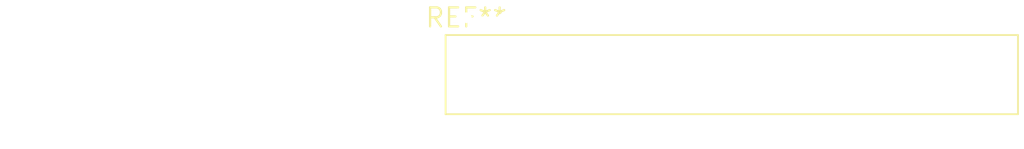
<source format=kicad_pcb>
(kicad_pcb (version 20240108) (generator pcbnew)
  (layers (0 "F.Cu" signal) (31 "B.Cu" signal) (34 "B.Paste" user) (35 "F.Paste" user) (36 "B.SilkS" user "B.Silkscreen") (37 "F.SilkS" user "F.Silkscreen") (38 "B.Mask" user) (39 "F.Mask" user) (44 "Edge.Cuts" user))
  (net 0 "")
  (footprint "Samtec_HLE-115-02-xx-DV-PE-LC_2x15_P2.54mm_Horizontal" (layer "F.Cu") (at 0 0)
    (property "Reference" "REF**")
    (property "Value" "Samtec_HLE-115-02-xx-DV-PE-LC_2x15_P2.54mm_Horizontal")
    (fp_line (start -1.38 1.16) (end 36.94 1.16) (layer "F.SilkS") (stroke (width 0.12)))
    (fp_line (start -1.38 6.46) (end -1.38 1.16) (layer "F.SilkS") (stroke (width 0.12)))
    (fp_line (start 36.94 1.16) (end 36.94 6.46) (layer "F.SilkS") (stroke (width 0.12)))
    (fp_line (start 36.94 6.46) (end -1.38 6.46) (layer "F.SilkS") (stroke (width 0.12)))
    (pad "" np_thru_hole circle (at 0 2.54) (size 1.4 1.4) (drill 1.4) (layers *.Cu *.Mask))
    (pad "" np_thru_hole circle (at 0 5.08) (size 1.4 1.4) (drill 1.4) (layers *.Cu *.Mask))
    (pad "" np_thru_hole circle (at 1.27 3.81) (size 1.19 1.19) (drill 1.19) (layers *.Cu *.Mask))
    (pad "" np_thru_hole circle (at 2.54 2.54) (size 1.4 1.4) (drill 1.4) (layers *.Cu *.Mask))
    (pad "" np_thru_hole circle (at 2.54 5.08) (size 1.4 1.4) (drill 1.4) (layers *.Cu *.Mask))
    (pad "" np_thru_hole circle (at 5.08 2.54) (size 1.4 1.4) (drill 1.4) (layers *.Cu *.Mask))
    (pad "" np_thru_hole circle (at 5.08 5.08) (size 1.4 1.4) (drill 1.4) (layers *.Cu *.Mask))
    (pad "" np_thru_hole circle (at 7.62 2.54) (size 1.4 1.4) (drill 1.4) (layers *.Cu *.Mask))
    (pad "" np_thru_hole circle (at 7.62 5.08) (size 1.4 1.4) (drill 1.4) (layers *.Cu *.Mask))
    (pad "" np_thru_hole circle (at 10.16 2.54) (size 1.4 1.4) (drill 1.4) (layers *.Cu *.Mask))
    (pad "" np_thru_hole circle (at 10.16 5.08) (size 1.4 1.4) (drill 1.4) (layers *.Cu *.Mask))
    (pad "" np_thru_hole circle (at 12.7 2.54) (size 1.4 1.4) (drill 1.4) (layers *.Cu *.Mask))
    (pad "" np_thru_hole circle (at 12.7 5.08) (size 1.4 1.4) (drill 1.4) (layers *.Cu *.Mask))
    (pad "" np_thru_hole circle (at 15.24 2.54) (size 1.4 1.4) (drill 1.4) (layers *.Cu *.Mask))
    (pad "" np_thru_hole circle (at 15.24 5.08) (size 1.4 1.4) (drill 1.4) (layers *.Cu *.Mask))
    (pad "" np_thru_hole circle (at 17.78 2.54) (size 1.4 1.4) (drill 1.4) (layers *.Cu *.Mask))
    (pad "" np_thru_hole circle (at 17.78 5.08) (size 1.4 1.4) (drill 1.4) (layers *.Cu *.Mask))
    (pad "" np_thru_hole circle (at 20.32 2.54) (size 1.4 1.4) (drill 1.4) (layers *.Cu *.Mask))
    (pad "" np_thru_hole circle (at 20.32 5.08) (size 1.4 1.4) (drill 1.4) (layers *.Cu *.Mask))
    (pad "" np_thru_hole circle (at 22.86 2.54) (size 1.4 1.4) (drill 1.4) (layers *.Cu *.Mask))
    (pad "" np_thru_hole circle (at 22.86 5.08) (size 1.4 1.4) (drill 1.4) (layers *.Cu *.Mask))
    (pad "" np_thru_hole circle (at 25.4 2.54) (size 1.4 1.4) (drill 1.4) (layers *.Cu *.Mask))
    (pad "" np_thru_hole circle (at 25.4 5.08) (size 1.4 1.4) (drill 1.4) (layers *.Cu *.Mask))
    (pad "" np_thru_hole circle (at 27.94 2.54) (size 1.4 1.4) (drill 1.4) (layers *.Cu *.Mask))
    (pad "" np_thru_hole circle (at 27.94 5.08) (size 1.4 1.4) (drill 1.4) (layers *.Cu *.Mask))
    (pad "" np_thru_hole circle (at 30.48 2.54) (size 1.4 1.4) (drill 1.4) (layers *.Cu *.Mask))
    (pad "" np_thru_hole circle (at 30.48 5.08) (size 1.4 1.4) (drill 1.4) (layers *.Cu *.Mask))
    (pad "" np_thru_hole circle (at 33.02 2.54) (size 1.4 1.4) (drill 1.4) (layers *.Cu *.Mask))
    (pad "" np_thru_hole circle (at 33.02 5.08) (size 1.4 1.4) (drill 1.4) (layers *.Cu *.Mask))
    (pad "" np_thru_hole circle (at 34.29 3.81) (size 1.19 1.19) (drill 1.19) (layers *.Cu *.Mask))
    (pad "" np_thru_hole circle (at 35.56 2.54) (size 1.4 1.4) (drill 1.4) (layers *.Cu *.Mask))
    (pad "" np_thru_hole circle (at 35.56 5.08) (size 1.4 1.4) (drill 1.4) (layers *.Cu *.Mask))
    (pad "1" thru_hole roundrect (at 0 0) (size 1.31 1.31) (drill 0.71) (layers *.Cu *.Mask) (remove_unused_layers) (roundrect_rratio 0.19084))
    (pad "2" thru_hole circle (at 0 7.62) (size 1.31 1.31) (drill 0.71) (layers *.Cu *.Mask) (remove_unused_layers))
    (pad "3" thru_hole circle (at 2.54 0) (size 1.31 1.31) (drill 0.71) (layers *.Cu *.Mask) (remove_unused_layers))
    (pad "4" thru_hole circle (at 2.54 7.62) (size 1.31 1.31) (drill 0.71) (layers *.Cu *.Mask) (remove_unused_layers))
    (pad "5" thru_hole circle (at 5.08 0) (size 1.31 1.31) (drill 0.71) (layers *.Cu *.Mask) (remove_unused_layers))
    (pad "6" thru_hole circle (at 5.08 7.62) (size 1.31 1.31) (drill 0.71) (layers *.Cu *.Mask) (remove_unused_layers))
    (pad "7" thru_hole circle (at 7.62 0) (size 1.31 1.31) (drill 0.71) (layers *.Cu *.Mask) (remove_unused_layers))
    (pad "8" thru_hole circle (at 7.62 7.62) (size 1.31 1.31) (drill 0.71) (layers *.Cu *.Mask) (remove_unused_layers))
    (pad "9" thru_hole circle (at 10.16 0) (size 1.31 1.31) (drill 0.71) (layers *.Cu *.Mask) (remove_unused_layers))
    (pad "10" thru_hole circle (at 10.16 7.62) (size 1.31 1.31) (drill 0.71) (layers *.Cu *.Mask) (remove_unused_layers))
    (pad "11" thru_hole circle (at 12.7 0) (size 1.31 1.31) (drill 0.71) (layers *.Cu *.Mask) (remove_unused_layers))
    (pad "12" thru_hole circle (at 12.7 7.62) (size 1.31 1.31) (drill 0.71) (layers *.Cu *.Mask) (remove_unused_layers))
    (pad "13" thru_hole circle (at 15.24 0) (size 1.31 1.31) (drill 0.71) (layers *.Cu *.Mask) (remove_unused_layers))
    (pad "14" thru_hole circle (at 15.24 7.62) (size 1.31 1.31) (drill 0.71) (layers *.Cu *.Mask) (remove_unused_layers))
    (pad "15" thru_hole circle (at 17.78 0) (size 1.31 1.31) (drill 0.71) (layers *.Cu *.Mask) (remove_unused_layers))
    (pad "16" thru_hole circle (at 17.78 7.62) (size 1.31 1.31) (drill 0.71) (layers *.Cu *.Mask) (remove_unused_layers))
    (pad "17" thru_hole circle (at 20.32 0) (size 1.31 1.31) (drill 0.71) (layers *.Cu *.Mask) (remove_unused_layers))
    (pad "18" thru_hole circle (at 20.32 7.62) (size 1.31 1.31) (drill 0.71) (layers *.Cu *.Mask) (remove_unused_layers))
    (pad "19" thru_hole circle (at 22.86 0) (size 1.31 1.31) (drill 0.71) (layers *.Cu *.Mask) (remove_unused_layers))
    (pad "20" thru_hole circle (at 22.86 7.62) (size 1.31 1.31) (drill 0.71) (layers *.Cu *.Mask) (remove_unused_layers))
    (pad "21" thru_hole circle (at 25.4 0) (size 1.31 1.31) (drill 0.71) (layers *.Cu *.Mask) (remove_unused_layers))
    (pad "22" thru_hole circle (at 25.4 7.62) (size 1.31 1.31) (drill 0.71) (layers *.Cu *.Mask) (remove_unused_layers))
    (pad "23" thru_hole circle (at 27.94 0) (size 1.31 1.31) (drill 0.71) (layers *.Cu *.Mask) (remove_unused_layers))
    (pad "24" thru_hole circle (at 27.94 7.62) (size 1.31 1.31) (drill 0.71) (layers *.Cu *.Mask) (remove_unused_layers))
    (pad "25" thru_hole circle (at 30.48 0) (size 1.31 1.31) (drill 0.71) (layers *.Cu *.Mask) (remove_unused_layers))
    (pad "26" thru_hole circle (at 30.48 7.62) (size 1.31 1.31) (drill 0.71) (layers *.Cu *.Mask) (remove_unused_layers))
    (pad "27" thru_hole circle (at 33.02 0) (size 1.31 1.31) (drill 0.71) (layers *.Cu *.Mask) (remove_unused_layers))
    (pad "28" thru_hole circle (at 33.02 7.62) (size 1.31 1.31) (drill 0.71) (layers *.Cu *.Mask) (remove_unused_layers))
    (pad "29" thru_hole circle (at 35.56 0) (size 1.31 1.31) (drill 0.71) (layers *.Cu *.Mask) (remove_unused_layers))
    (pad "30" thru_hole circle (at 35.56 7.62) (size 1.31 1.31) (drill 0.71) (layers *.Cu *.Mask) (remove_unused_layers))
  )
)
</source>
